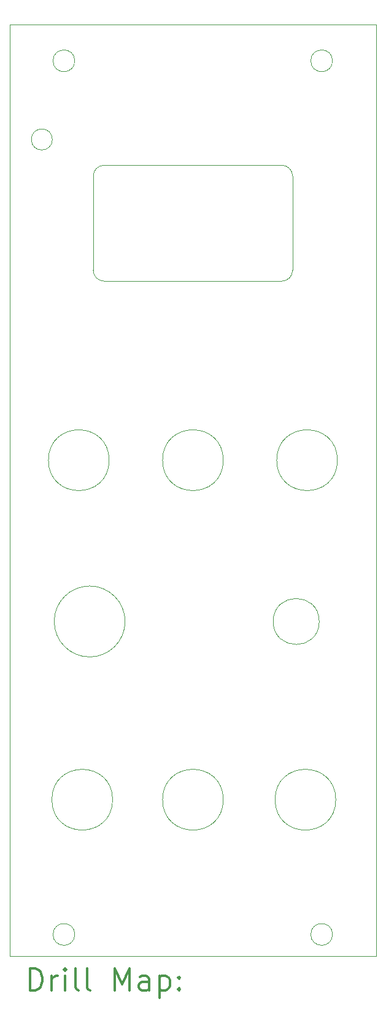
<source format=gbr>
%FSLAX45Y45*%
G04 Gerber Fmt 4.5, Leading zero omitted, Abs format (unit mm)*
G04 Created by KiCad (PCBNEW (5.0.0)) date 09/19/24 00:47:17*
%MOMM*%
%LPD*%
G01*
G04 APERTURE LIST*
%ADD10C,0.100000*%
%ADD11C,0.200000*%
%ADD12C,0.300000*%
G04 APERTURE END LIST*
D10*
X6005110Y-5937360D02*
X6005110Y-4637360D01*
X6005110Y-4637360D02*
G75*
G02X6155110Y-4487360I150000J0D01*
G01*
X6155110Y-4487360D02*
X8605110Y-4487360D01*
X8605110Y-4487360D02*
G75*
G02X8755110Y-4637360I0J-150000D01*
G01*
X8755110Y-4637360D02*
X8755110Y-5937360D01*
X8755110Y-5937360D02*
G75*
G02X8605110Y-6087360I-150000J0D01*
G01*
X8605110Y-6087360D02*
X6155110Y-6087360D01*
X6155110Y-6087360D02*
G75*
G02X6005110Y-5937360I0J150000D01*
G01*
X9122610Y-10782360D02*
G75*
G03X9122610Y-10782360I-317500J0D01*
G01*
X6444110Y-10782360D02*
G75*
G03X6444110Y-10782360I-489000J0D01*
G01*
X9351110Y-13241360D02*
G75*
G03X9351110Y-13241360I-419000J0D01*
G01*
X7799110Y-13241360D02*
G75*
G03X7799110Y-13241360I-419000J0D01*
G01*
X6272110Y-13241360D02*
G75*
G03X6272110Y-13241360I-419000J0D01*
G01*
X9374110Y-8557360D02*
G75*
G03X9374110Y-8557360I-419000J0D01*
G01*
X7799110Y-8557360D02*
G75*
G03X7799110Y-8557360I-419000J0D01*
G01*
X6224110Y-8557360D02*
G75*
G03X6224110Y-8557360I-419000J0D01*
G01*
X5440110Y-4132360D02*
G75*
G03X5440110Y-4132360I-145000J0D01*
G01*
X9306110Y-3047360D02*
G75*
G03X9306110Y-3047360I-150000J0D01*
G01*
X5750110Y-3047360D02*
G75*
G03X5750110Y-3047360I-150000J0D01*
G01*
X9306110Y-15100360D02*
G75*
G03X9306110Y-15100360I-150000J0D01*
G01*
X5750110Y-15100360D02*
G75*
G03X5750110Y-15100360I-150000J0D01*
G01*
X4850110Y-2550360D02*
X9910110Y-2550360D01*
X4850110Y-15400360D02*
X4850110Y-2550360D01*
X9910110Y-15400360D02*
X4850110Y-15400360D01*
X9910110Y-2550360D02*
X9910110Y-15400360D01*
X6005110Y-5937360D02*
X6005110Y-4637360D01*
X6005110Y-4637360D02*
G75*
G02X6155110Y-4487360I150000J0D01*
G01*
X6155110Y-4487360D02*
X8605110Y-4487360D01*
X8605110Y-4487360D02*
G75*
G02X8755110Y-4637360I0J-150000D01*
G01*
X8755110Y-4637360D02*
X8755110Y-5937360D01*
X8755110Y-5937360D02*
G75*
G02X8605110Y-6087360I-150000J0D01*
G01*
X8605110Y-6087360D02*
X6155110Y-6087360D01*
X6155110Y-6087360D02*
G75*
G02X6005110Y-5937360I0J150000D01*
G01*
X9122610Y-10782360D02*
G75*
G03X9122610Y-10782360I-317500J0D01*
G01*
X6444110Y-10782360D02*
G75*
G03X6444110Y-10782360I-489000J0D01*
G01*
X9351110Y-13241360D02*
G75*
G03X9351110Y-13241360I-419000J0D01*
G01*
X7799110Y-13241360D02*
G75*
G03X7799110Y-13241360I-419000J0D01*
G01*
X6272110Y-13241360D02*
G75*
G03X6272110Y-13241360I-419000J0D01*
G01*
X9374110Y-8557360D02*
G75*
G03X9374110Y-8557360I-419000J0D01*
G01*
X7799110Y-8557360D02*
G75*
G03X7799110Y-8557360I-419000J0D01*
G01*
X6224110Y-8557360D02*
G75*
G03X6224110Y-8557360I-419000J0D01*
G01*
X5440110Y-4132360D02*
G75*
G03X5440110Y-4132360I-145000J0D01*
G01*
X9306110Y-3047360D02*
G75*
G03X9306110Y-3047360I-150000J0D01*
G01*
X5750110Y-3047360D02*
G75*
G03X5750110Y-3047360I-150000J0D01*
G01*
X9306110Y-15100360D02*
G75*
G03X9306110Y-15100360I-150000J0D01*
G01*
X5750110Y-15100360D02*
G75*
G03X5750110Y-15100360I-150000J0D01*
G01*
X4850110Y-2550360D02*
X9910110Y-2550360D01*
X4850110Y-15400360D02*
X4850110Y-2550360D01*
X9910110Y-15400360D02*
X4850110Y-15400360D01*
X9910110Y-2550360D02*
X9910110Y-15400360D01*
D11*
D12*
X5131538Y-15871074D02*
X5131538Y-15571074D01*
X5202967Y-15571074D01*
X5245824Y-15585360D01*
X5274396Y-15613931D01*
X5288681Y-15642503D01*
X5302967Y-15699646D01*
X5302967Y-15742503D01*
X5288681Y-15799646D01*
X5274396Y-15828217D01*
X5245824Y-15856789D01*
X5202967Y-15871074D01*
X5131538Y-15871074D01*
X5431538Y-15871074D02*
X5431538Y-15671074D01*
X5431538Y-15728217D02*
X5445824Y-15699646D01*
X5460110Y-15685360D01*
X5488681Y-15671074D01*
X5517253Y-15671074D01*
X5617253Y-15871074D02*
X5617253Y-15671074D01*
X5617253Y-15571074D02*
X5602967Y-15585360D01*
X5617253Y-15599646D01*
X5631538Y-15585360D01*
X5617253Y-15571074D01*
X5617253Y-15599646D01*
X5802967Y-15871074D02*
X5774396Y-15856789D01*
X5760110Y-15828217D01*
X5760110Y-15571074D01*
X5960110Y-15871074D02*
X5931538Y-15856789D01*
X5917253Y-15828217D01*
X5917253Y-15571074D01*
X6302967Y-15871074D02*
X6302967Y-15571074D01*
X6402967Y-15785360D01*
X6502967Y-15571074D01*
X6502967Y-15871074D01*
X6774396Y-15871074D02*
X6774396Y-15713931D01*
X6760110Y-15685360D01*
X6731538Y-15671074D01*
X6674396Y-15671074D01*
X6645824Y-15685360D01*
X6774396Y-15856789D02*
X6745824Y-15871074D01*
X6674396Y-15871074D01*
X6645824Y-15856789D01*
X6631538Y-15828217D01*
X6631538Y-15799646D01*
X6645824Y-15771074D01*
X6674396Y-15756789D01*
X6745824Y-15756789D01*
X6774396Y-15742503D01*
X6917253Y-15671074D02*
X6917253Y-15971074D01*
X6917253Y-15685360D02*
X6945824Y-15671074D01*
X7002967Y-15671074D01*
X7031538Y-15685360D01*
X7045824Y-15699646D01*
X7060110Y-15728217D01*
X7060110Y-15813931D01*
X7045824Y-15842503D01*
X7031538Y-15856789D01*
X7002967Y-15871074D01*
X6945824Y-15871074D01*
X6917253Y-15856789D01*
X7188681Y-15842503D02*
X7202967Y-15856789D01*
X7188681Y-15871074D01*
X7174396Y-15856789D01*
X7188681Y-15842503D01*
X7188681Y-15871074D01*
X7188681Y-15685360D02*
X7202967Y-15699646D01*
X7188681Y-15713931D01*
X7174396Y-15699646D01*
X7188681Y-15685360D01*
X7188681Y-15713931D01*
M02*

</source>
